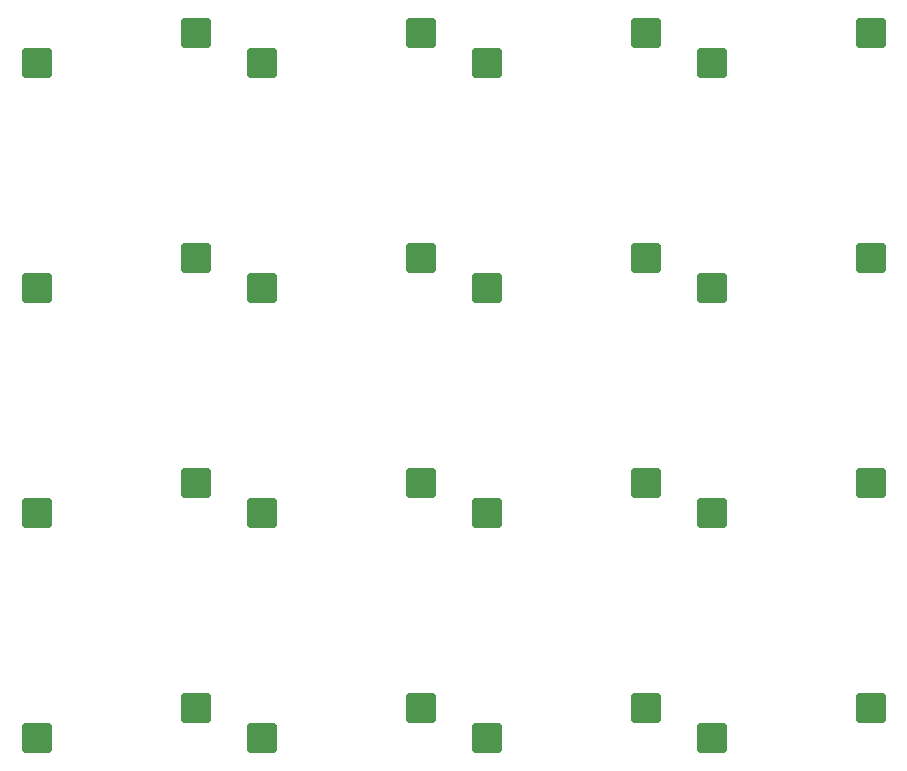
<source format=gbp>
G04 #@! TF.GenerationSoftware,KiCad,Pcbnew,7.0.10*
G04 #@! TF.CreationDate,2024-01-29T23:22:10-08:00*
G04 #@! TF.ProjectId,dilpad,64696c70-6164-42e6-9b69-6361645f7063,rev?*
G04 #@! TF.SameCoordinates,Original*
G04 #@! TF.FileFunction,Paste,Bot*
G04 #@! TF.FilePolarity,Positive*
%FSLAX46Y46*%
G04 Gerber Fmt 4.6, Leading zero omitted, Abs format (unit mm)*
G04 Created by KiCad (PCBNEW 7.0.10) date 2024-01-29 23:22:10*
%MOMM*%
%LPD*%
G01*
G04 APERTURE LIST*
G04 Aperture macros list*
%AMRoundRect*
0 Rectangle with rounded corners*
0 $1 Rounding radius*
0 $2 $3 $4 $5 $6 $7 $8 $9 X,Y pos of 4 corners*
0 Add a 4 corners polygon primitive as box body*
4,1,4,$2,$3,$4,$5,$6,$7,$8,$9,$2,$3,0*
0 Add four circle primitives for the rounded corners*
1,1,$1+$1,$2,$3*
1,1,$1+$1,$4,$5*
1,1,$1+$1,$6,$7*
1,1,$1+$1,$8,$9*
0 Add four rect primitives between the rounded corners*
20,1,$1+$1,$2,$3,$4,$5,0*
20,1,$1+$1,$4,$5,$6,$7,0*
20,1,$1+$1,$6,$7,$8,$9,0*
20,1,$1+$1,$8,$9,$2,$3,0*%
G04 Aperture macros list end*
%ADD10RoundRect,0.250000X1.025000X1.000000X-1.025000X1.000000X-1.025000X-1.000000X1.025000X-1.000000X0*%
G04 APERTURE END LIST*
D10*
X114083750Y-95091250D03*
X127533750Y-92551250D03*
X152183750Y-152241250D03*
X165633750Y-149701250D03*
X95033750Y-133191250D03*
X108483750Y-130651250D03*
X95033750Y-114141250D03*
X108483750Y-111601250D03*
X95033750Y-152241250D03*
X108483750Y-149701250D03*
X114083750Y-152241250D03*
X127533750Y-149701250D03*
X133133750Y-95091250D03*
X146583750Y-92551250D03*
X133133750Y-114141250D03*
X146583750Y-111601250D03*
X114083750Y-133191250D03*
X127533750Y-130651250D03*
X133133750Y-152241250D03*
X146583750Y-149701250D03*
X95033750Y-95091250D03*
X108483750Y-92551250D03*
X152183750Y-114141250D03*
X165633750Y-111601250D03*
X152183750Y-133191250D03*
X165633750Y-130651250D03*
X114083750Y-114141250D03*
X127533750Y-111601250D03*
X133133750Y-133191250D03*
X146583750Y-130651250D03*
X152183750Y-95091250D03*
X165633750Y-92551250D03*
M02*

</source>
